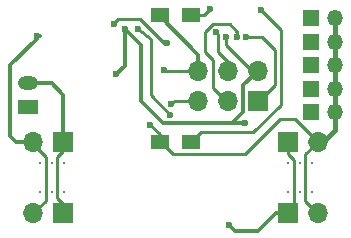
<source format=gbr>
G04 #@! TF.FileFunction,Copper,L2,Bot,Signal*
%FSLAX46Y46*%
G04 Gerber Fmt 4.6, Leading zero omitted, Abs format (unit mm)*
G04 Created by KiCad (PCBNEW 4.0.7) date 05/31/20 21:00:56*
%MOMM*%
%LPD*%
G01*
G04 APERTURE LIST*
%ADD10C,0.100000*%
%ADD11R,1.700000X1.700000*%
%ADD12O,1.700000X1.700000*%
%ADD13R,1.700000X1.200000*%
%ADD14O,1.700000X1.200000*%
%ADD15R,1.350000X1.350000*%
%ADD16O,1.350000X1.350000*%
%ADD17R,1.500000X1.300000*%
%ADD18C,0.330200*%
%ADD19C,0.600000*%
%ADD20C,0.254000*%
%ADD21C,0.304800*%
%ADD22C,0.406400*%
G04 APERTURE END LIST*
D10*
D11*
X145500000Y-160500000D03*
D12*
X148040000Y-160500000D03*
D13*
X123500000Y-151500000D03*
D14*
X123500000Y-149500000D03*
D15*
X147500000Y-146000000D03*
D16*
X149500000Y-146000000D03*
D17*
X134650000Y-143750000D03*
X137350000Y-143750000D03*
D11*
X143000000Y-151000000D03*
D12*
X143000000Y-148460000D03*
X140460000Y-151000000D03*
X140460000Y-148460000D03*
X137920000Y-151000000D03*
X137920000Y-148460000D03*
D11*
X126500000Y-154500000D03*
D12*
X123960000Y-154500000D03*
D11*
X126500000Y-160500000D03*
D12*
X123960000Y-160500000D03*
D11*
X145500000Y-154500000D03*
D12*
X148040000Y-154500000D03*
D17*
X134650000Y-154500000D03*
X137350000Y-154500000D03*
D15*
X147500000Y-148000000D03*
D16*
X149500000Y-148000000D03*
D15*
X147500000Y-152000000D03*
D16*
X149500000Y-152000000D03*
D15*
X147500000Y-144000000D03*
D16*
X149500000Y-144000000D03*
D15*
X147500000Y-150000000D03*
D16*
X149500000Y-150000000D03*
D18*
X145484000Y-158750000D03*
X147516000Y-158750000D03*
X146500000Y-158750000D03*
X124484000Y-158750000D03*
X126516000Y-158750000D03*
X125500000Y-158750000D03*
X145484000Y-156250000D03*
X147516000Y-156250000D03*
X146500000Y-156250000D03*
X124484000Y-156250000D03*
X126516000Y-156250000D03*
X125500000Y-156250000D03*
D19*
X133850000Y-153050000D03*
X135050000Y-148450000D03*
X137920000Y-148460000D03*
X143200000Y-143300000D03*
X138950000Y-143250000D03*
X131000000Y-148750000D03*
X141900000Y-152900000D03*
X131700000Y-144900000D03*
X140300000Y-145600000D03*
X142000000Y-145650000D03*
X141200000Y-145650000D03*
X139450000Y-145200000D03*
X135650000Y-151300000D03*
X130750000Y-144500000D03*
X135300000Y-146150000D03*
X135550000Y-152200000D03*
X132850000Y-144900000D03*
X124250000Y-145500000D03*
X140500000Y-161500000D03*
D20*
X148040000Y-160500000D02*
X148000000Y-160500000D01*
X148000000Y-160500000D02*
X147000000Y-159500000D01*
X147000000Y-155540000D02*
X148040000Y-154500000D01*
X147000000Y-159500000D02*
X147000000Y-155540000D01*
X133850000Y-153050000D02*
X134650000Y-153850000D01*
X134650000Y-153850000D02*
X134650000Y-154500000D01*
X134650000Y-154500000D02*
X134750000Y-154500000D01*
X134750000Y-154500000D02*
X135800000Y-155550000D01*
X135800000Y-155550000D02*
X141900000Y-155550000D01*
X141900000Y-155550000D02*
X144850000Y-152600000D01*
X144850000Y-152600000D02*
X146150000Y-152600000D01*
X146150000Y-152600000D02*
X148040000Y-154490000D01*
X148040000Y-154490000D02*
X148040000Y-154500000D01*
D21*
X134650000Y-143750000D02*
X134650000Y-143850000D01*
X134650000Y-143850000D02*
X137920000Y-147120000D01*
X137920000Y-147120000D02*
X137920000Y-148460000D01*
D20*
X135060000Y-148460000D02*
X137920000Y-148460000D01*
X135050000Y-148450000D02*
X135060000Y-148460000D01*
D22*
X149500000Y-146000000D02*
X149500000Y-145750000D01*
X149500000Y-146000000D02*
X149500000Y-148500000D01*
X149500000Y-143500000D02*
X149500000Y-146000000D01*
X149500000Y-148000000D02*
X149500000Y-150000000D01*
X149500000Y-150000000D02*
X149500000Y-152000000D01*
X149500000Y-152000000D02*
X149500000Y-153500000D01*
X149500000Y-153500000D02*
X148500000Y-154500000D01*
X148500000Y-154500000D02*
X148040000Y-154500000D01*
D20*
X137350000Y-154500000D02*
X138150000Y-153700000D01*
X144900000Y-145000000D02*
X143200000Y-143300000D01*
X144900000Y-151400000D02*
X144900000Y-145000000D01*
X142600000Y-153700000D02*
X144900000Y-151400000D01*
X138150000Y-153700000D02*
X142600000Y-153700000D01*
X138450000Y-143750000D02*
X137350000Y-143750000D01*
X138950000Y-143250000D02*
X138450000Y-143750000D01*
D21*
X131700000Y-148050000D02*
X131700000Y-144900000D01*
X131000000Y-148750000D02*
X131700000Y-148050000D01*
X140800000Y-152900000D02*
X141250000Y-152900000D01*
X141250000Y-152900000D02*
X141900000Y-152900000D01*
X141750000Y-149710000D02*
X143000000Y-148460000D01*
X141750000Y-151950000D02*
X141750000Y-149710000D01*
X140800000Y-152900000D02*
X141750000Y-151950000D01*
X134950000Y-152900000D02*
X140800000Y-152900000D01*
X131700000Y-144900000D02*
X133100000Y-146300000D01*
X133100000Y-146300000D02*
X133100000Y-151050000D01*
X133100000Y-151050000D02*
X134950000Y-152900000D01*
D20*
X140300000Y-145600000D02*
X140300000Y-146300000D01*
X140300000Y-146300000D02*
X142460000Y-148460000D01*
X142460000Y-148460000D02*
X143000000Y-148460000D01*
X143000000Y-148460000D02*
X143000000Y-148000000D01*
X144400000Y-147500000D02*
X144400000Y-146750000D01*
X144400000Y-149650000D02*
X144400000Y-147500000D01*
X144400000Y-149650000D02*
X143050000Y-151000000D01*
X143300000Y-145650000D02*
X142000000Y-145650000D01*
X144400000Y-146750000D02*
X143300000Y-145650000D01*
X143000000Y-151000000D02*
X143050000Y-151000000D01*
X143000000Y-151000000D02*
X142750000Y-151000000D01*
X138500000Y-145200000D02*
X139150000Y-144550000D01*
X140600000Y-144550000D02*
X141200000Y-145150000D01*
X139150000Y-144550000D02*
X140600000Y-144550000D01*
X141200000Y-145150000D02*
X141200000Y-145650000D01*
X139200000Y-149900000D02*
X139200000Y-147550000D01*
X139200000Y-147550000D02*
X138500000Y-146850000D01*
X138500000Y-146850000D02*
X138500000Y-145450000D01*
X140300000Y-151000000D02*
X139200000Y-149900000D01*
X138500000Y-145450000D02*
X138500000Y-145200000D01*
X140460000Y-151000000D02*
X140300000Y-151000000D01*
X141150000Y-145600000D02*
X141200000Y-145650000D01*
X140460000Y-151000000D02*
X140460000Y-150890000D01*
X140460000Y-147760000D02*
X139600000Y-146900000D01*
X139600000Y-145350000D02*
X139450000Y-145200000D01*
X139600000Y-146900000D02*
X139600000Y-145350000D01*
X140460000Y-148460000D02*
X140460000Y-147760000D01*
X135950000Y-151000000D02*
X137920000Y-151000000D01*
X135650000Y-151300000D02*
X135950000Y-151000000D01*
X130750000Y-144500000D02*
X130750000Y-144450000D01*
X135300000Y-146150000D02*
X135050000Y-146150000D01*
X132950000Y-144050000D02*
X132850000Y-144050000D01*
X135050000Y-146150000D02*
X132950000Y-144050000D01*
X132850000Y-144050000D02*
X131150000Y-144050000D01*
X130750000Y-144450000D02*
X131150000Y-144050000D01*
X133900000Y-150550000D02*
X135550000Y-152200000D01*
X133900000Y-145750000D02*
X133900000Y-150550000D01*
X132850000Y-144900000D02*
X133900000Y-145750000D01*
D21*
X124250000Y-145500000D02*
X124250000Y-145750000D01*
X122500000Y-154500000D02*
X123960000Y-154500000D01*
X122000000Y-154000000D02*
X122500000Y-154500000D01*
X122000000Y-148000000D02*
X122000000Y-154000000D01*
X124250000Y-145750000D02*
X122000000Y-148000000D01*
X124250000Y-145500000D02*
X124500000Y-145500000D01*
D20*
X123960000Y-154500000D02*
X123960000Y-154710000D01*
X123960000Y-154710000D02*
X125000000Y-155750000D01*
X125000000Y-155750000D02*
X125000000Y-159460000D01*
X125000000Y-159460000D02*
X123960000Y-160500000D01*
X124000000Y-160500000D02*
X124000000Y-160400000D01*
D21*
X123500000Y-149500000D02*
X125500000Y-149500000D01*
X126500000Y-150500000D02*
X126500000Y-154500000D01*
X125500000Y-149500000D02*
X126500000Y-150500000D01*
D20*
X126500000Y-160500000D02*
X126500000Y-159750000D01*
X126500000Y-159750000D02*
X126000000Y-159250000D01*
X126000000Y-155750000D02*
X126500000Y-155250000D01*
X126000000Y-159250000D02*
X126000000Y-155750000D01*
X126500000Y-155250000D02*
X126500000Y-154500000D01*
D21*
X123500000Y-149500000D02*
X124000000Y-149500000D01*
X145500000Y-160500000D02*
X144500000Y-160500000D01*
X141000000Y-162000000D02*
X140500000Y-161500000D01*
X143000000Y-162000000D02*
X141000000Y-162000000D01*
X144500000Y-160500000D02*
X143000000Y-162000000D01*
D20*
X145500000Y-154500000D02*
X145500000Y-155500000D01*
X146000000Y-156000000D02*
X146000000Y-160000000D01*
X145500000Y-155500000D02*
X146000000Y-156000000D01*
X146000000Y-160000000D02*
X145500000Y-160500000D01*
M02*

</source>
